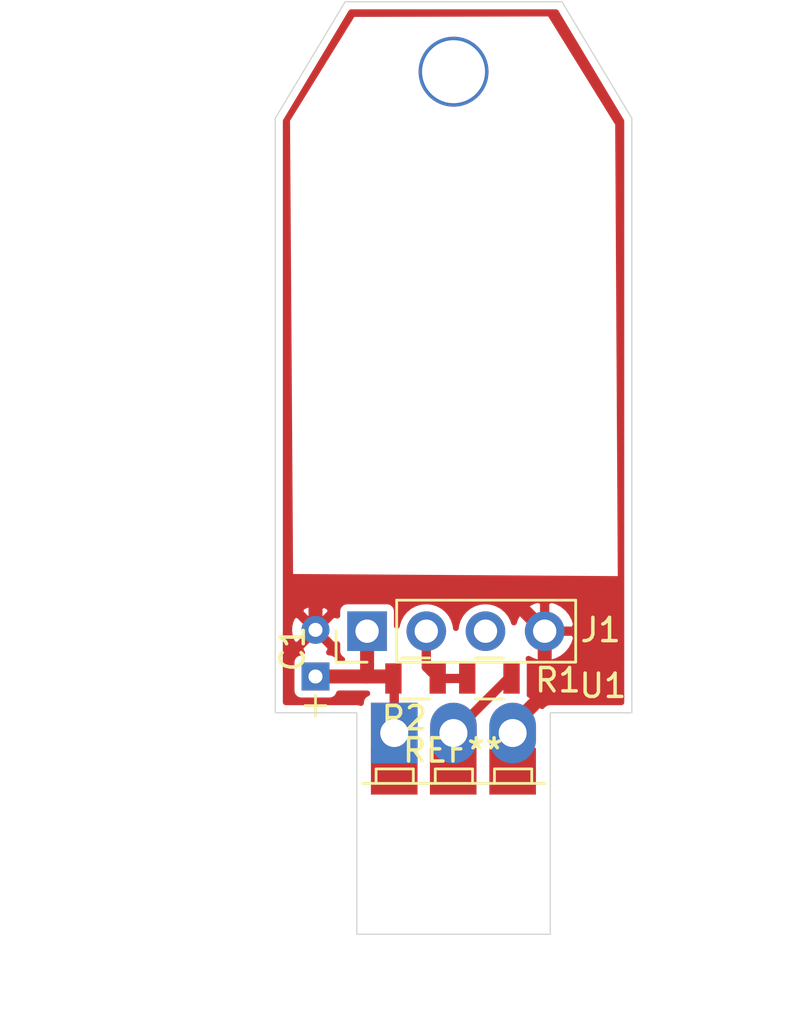
<source format=kicad_pcb>
(kicad_pcb (version 20171130) (host pcbnew "(5.1.2)-1")

  (general
    (thickness 1.6)
    (drawings 17)
    (tracks 25)
    (zones 0)
    (modules 7)
    (nets 6)
  )

  (page A4)
  (layers
    (0 F.Cu signal)
    (31 B.Cu signal hide)
    (32 B.Adhes user hide)
    (33 F.Adhes user hide)
    (34 B.Paste user)
    (35 F.Paste user)
    (36 B.SilkS user)
    (37 F.SilkS user)
    (38 B.Mask user hide)
    (39 F.Mask user hide)
    (40 Dwgs.User user hide)
    (41 Cmts.User user hide)
    (42 Eco1.User user hide)
    (43 Eco2.User user hide)
    (44 Edge.Cuts user)
    (45 Margin user)
    (46 B.CrtYd user hide)
    (47 F.CrtYd user hide)
    (48 B.Fab user hide)
    (49 F.Fab user)
  )

  (setup
    (last_trace_width 0.25)
    (user_trace_width 0.3)
    (user_trace_width 0.4)
    (user_trace_width 0.6)
    (trace_clearance 0.2)
    (zone_clearance 0.508)
    (zone_45_only no)
    (trace_min 0.2)
    (via_size 0.8)
    (via_drill 0.4)
    (via_min_size 0.4)
    (via_min_drill 0.3)
    (uvia_size 0.3)
    (uvia_drill 0.1)
    (uvias_allowed no)
    (uvia_min_size 0.2)
    (uvia_min_drill 0.1)
    (edge_width 0.05)
    (segment_width 0.2)
    (pcb_text_width 0.3)
    (pcb_text_size 1.5 1.5)
    (mod_edge_width 0.12)
    (mod_text_size 1 1)
    (mod_text_width 0.15)
    (pad_size 3 3)
    (pad_drill 2.7)
    (pad_to_mask_clearance 0.051)
    (solder_mask_min_width 0.25)
    (aux_axis_origin 0 0)
    (visible_elements 7FFFFFFF)
    (pcbplotparams
      (layerselection 0x010fc_ffffffff)
      (usegerberextensions false)
      (usegerberattributes false)
      (usegerberadvancedattributes false)
      (creategerberjobfile false)
      (excludeedgelayer true)
      (linewidth 0.100000)
      (plotframeref false)
      (viasonmask false)
      (mode 1)
      (useauxorigin false)
      (hpglpennumber 1)
      (hpglpenspeed 20)
      (hpglpendiameter 15.000000)
      (psnegative false)
      (psa4output false)
      (plotreference true)
      (plotvalue true)
      (plotinvisibletext false)
      (padsonsilk false)
      (subtractmaskfromsilk false)
      (outputformat 1)
      (mirror false)
      (drillshape 1)
      (scaleselection 1)
      (outputdirectory ""))
  )

  (net 0 "")
  (net 1 GNDD)
  (net 2 VDD)
  (net 3 "Net-(J1-Pad2)")
  (net 4 /DATA)
  (net 5 "Net-(U1-Pad3)")

  (net_class Default "This is the default net class."
    (clearance 0.2)
    (trace_width 0.25)
    (via_dia 0.8)
    (via_drill 0.4)
    (uvia_dia 0.3)
    (uvia_drill 0.1)
    (add_net /DATA)
    (add_net GNDD)
    (add_net "Net-(J1-Pad2)")
    (add_net "Net-(U1-Pad3)")
    (add_net VDD)
  )

  (module Mounting_Holes:MountingHole_2.7mm_M2.5_DIN965_Pad (layer F.Cu) (tedit 5EB5B26E) (tstamp 5EB5B234)
    (at 7.65 3)
    (descr "Mounting Hole 2.7mm, M2.5, DIN965")
    (tags "mounting hole 2.7mm m2.5 din965")
    (attr virtual)
    (fp_text reference REF** (at 0 -3.35) (layer F.SilkS) hide
      (effects (font (size 1 1) (thickness 0.15)))
    )
    (fp_text value MountingHole_2.7mm_M2.5_DIN965_Pad (at 0 3.35) (layer F.Fab)
      (effects (font (size 1 1) (thickness 0.15)))
    )
    (fp_text user %R (at 0.3 0) (layer F.Fab) hide
      (effects (font (size 1 1) (thickness 0.15)))
    )
    (fp_circle (center 0 0) (end 2.35 0) (layer Cmts.User) (width 0.15))
    (fp_circle (center 0 0) (end 2.6 0) (layer F.CrtYd) (width 0.05))
    (pad GNDD thru_hole circle (at 0 0) (size 3 3) (drill 2.7) (layers *.Cu *.Mask))
  )

  (module Mounting_Holes:MountingHole_4mm (layer F.Cu) (tedit 5EB59AFE) (tstamp 5EB5B7EA)
    (at 7.62508 37.11448)
    (descr "Mounting Hole 4mm, no annular")
    (tags "mounting hole 4mm no annular")
    (attr virtual)
    (fp_text reference REF** (at 0 -5) (layer F.SilkS)
      (effects (font (size 1 1) (thickness 0.15)))
    )
    (fp_text value MountingHole_4mm (at 0.42164 0.64516) (layer F.Fab) hide
      (effects (font (size 1 1) (thickness 0.15)))
    )
    (fp_text user %R (at 0.3 0) (layer F.Fab) hide
      (effects (font (size 1 1) (thickness 0.15)))
    )
    (fp_circle (center 0 0) (end 4 0) (layer Cmts.User) (width 0.15))
    (fp_circle (center 0 0) (end 4.25 0) (layer F.CrtYd) (width 0.05))
    (pad "" np_thru_hole circle (at 0.02492 -0.11448) (size 3.2 3.2) (drill 3.2) (layers *.Cu *.Mask))
  )

  (module Pin_Headers:Pin_Header_Straight_1x04_Pitch2.54mm locked (layer F.Cu) (tedit 59650532) (tstamp 5EB58F54)
    (at 3.94 27 90)
    (descr "Through hole straight pin header, 1x04, 2.54mm pitch, single row")
    (tags "Through hole pin header THT 1x04 2.54mm single row")
    (path /5EB8F09F)
    (fp_text reference U1 (at -2.34208 10.11636 180) (layer F.SilkS)
      (effects (font (size 1 1) (thickness 0.15)))
    )
    (fp_text value DHT22 (at 2.7176 3.8354 180) (layer F.Fab)
      (effects (font (size 1 1) (thickness 0.15)))
    )
    (fp_text user %R (at 2.5906 -0.254) (layer F.Fab)
      (effects (font (size 1 1) (thickness 0.15)))
    )
    (fp_line (start 1.8 -1.8) (end -1.8 -1.8) (layer F.CrtYd) (width 0.05))
    (fp_line (start 1.8 9.4) (end 1.8 -1.8) (layer F.CrtYd) (width 0.05))
    (fp_line (start -1.8 9.4) (end 1.8 9.4) (layer F.CrtYd) (width 0.05))
    (fp_line (start -1.8 -1.8) (end -1.8 9.4) (layer F.CrtYd) (width 0.05))
    (fp_line (start -1.33 -1.33) (end 0 -1.33) (layer F.SilkS) (width 0.12))
    (fp_line (start -1.33 0) (end -1.33 -1.33) (layer F.SilkS) (width 0.12))
    (fp_line (start -1.33 1.27) (end 1.33 1.27) (layer F.SilkS) (width 0.12))
    (fp_line (start 1.33 1.27) (end 1.33 8.95) (layer F.SilkS) (width 0.12))
    (fp_line (start -1.33 1.27) (end -1.33 8.95) (layer F.SilkS) (width 0.12))
    (fp_line (start -1.33 8.95) (end 1.33 8.95) (layer F.SilkS) (width 0.12))
    (fp_line (start -1.27 -0.635) (end -0.635 -1.27) (layer F.Fab) (width 0.1))
    (fp_line (start -1.27 8.89) (end -1.27 -0.635) (layer F.Fab) (width 0.1))
    (fp_line (start 1.27 8.89) (end -1.27 8.89) (layer F.Fab) (width 0.1))
    (fp_line (start 1.27 -1.27) (end 1.27 8.89) (layer F.Fab) (width 0.1))
    (fp_line (start -0.635 -1.27) (end 1.27 -1.27) (layer F.Fab) (width 0.1))
    (pad 4 thru_hole oval (at 0 7.62 90) (size 1.7 1.7) (drill 1) (layers *.Cu *.Mask)
      (net 1 GNDD))
    (pad 3 thru_hole oval (at 0 5.08 90) (size 1.7 1.7) (drill 1) (layers *.Cu *.Mask)
      (net 5 "Net-(U1-Pad3)"))
    (pad 2 thru_hole oval (at 0 2.54 90) (size 1.7 1.7) (drill 1) (layers *.Cu *.Mask)
      (net 4 /DATA))
    (pad 1 thru_hole rect (at 0 0 90) (size 1.7 1.7) (drill 1) (layers *.Cu *.Mask)
      (net 2 VDD))
    (model ${KISYS3DMOD}/Pin_Headers.3dshapes/Pin_Header_Straight_1x04_Pitch2.54mm.wrl
      (at (xyz 0 0 0))
      (scale (xyz 1 1 1))
      (rotate (xyz 0 0 0))
    )
  )

  (module Connectors_Molex:Molex_KK-6410-03_03x2.54mm_Straight locked (layer F.Cu) (tedit 5EB5945D) (tstamp 5EB5971A)
    (at 5.1054 31.369)
    (descr "Connector Headers with Friction Lock, 22-27-2031, http://www.molex.com/pdm_docs/sd/022272021_sd.pdf")
    (tags "connector molex kk_6410 22-27-2031")
    (path /5EB9012A)
    (fp_text reference J1 (at 8.85444 -4.4196) (layer F.SilkS)
      (effects (font (size 1 1) (thickness 0.15)))
    )
    (fp_text value DHT22 (at 2.3 2.34) (layer F.Fab)
      (effects (font (size 1 1) (thickness 0.15)))
    )
    (fp_text user %R (at 2.54 0) (layer F.Fab)
      (effects (font (size 1 1) (thickness 0.15)))
    )
    (fp_line (start -0.78 1.54) (end -0.78 2.16) (layer F.SilkS) (width 0.12))
    (fp_line (start 0.82 1.54) (end -0.78 1.54) (layer F.SilkS) (width 0.12))
    (fp_line (start 0.82 2.16) (end 0.82 1.54) (layer F.SilkS) (width 0.12))
    (fp_line (start 1.76 1.54) (end 1.76 2.16) (layer F.SilkS) (width 0.12))
    (fp_line (start 3.36 1.54) (end 1.76 1.54) (layer F.SilkS) (width 0.12))
    (fp_line (start 3.36 2.16) (end 3.36 1.54) (layer F.SilkS) (width 0.12))
    (fp_line (start 4.3 1.54) (end 4.3 2.16) (layer F.SilkS) (width 0.12))
    (fp_line (start 5.9 1.54) (end 4.3 1.54) (layer F.SilkS) (width 0.12))
    (fp_line (start 5.9 2.16) (end 5.9 1.54) (layer F.SilkS) (width 0.12))
    (fp_line (start -1.35 2.16) (end 6.47 2.16) (layer F.SilkS) (width 0.12))
    (fp_line (start -1.45 2.26) (end 6.57 2.26) (layer F.Fab) (width 0.12))
    (fp_line (start -1.45 2.42) (end -1.45 12.42) (layer Dwgs.User) (width 0.12))
    (fp_line (start 6.57 2.42) (end 6.57 12.42) (layer Dwgs.User) (width 0.12))
    (fp_line (start -1.45 12.42) (end 6.57 12.42) (layer Dwgs.User) (width 0.12))
    (fp_line (start -1.47 3.82) (end 6.57 3.82) (layer Dwgs.User) (width 0.12))
    (fp_line (start -1.45 2.26) (end -1.45 1.54) (layer Dwgs.User) (width 0.12))
    (fp_line (start -1.45 1.54) (end 6.57 1.54) (layer Dwgs.User) (width 0.12))
    (fp_line (start 6.57 1.54) (end 6.57 2.27) (layer Dwgs.User) (width 0.12))
    (fp_line (start -1.43 2.26) (end 6.56 2.26) (layer Dwgs.User) (width 0.12))
    (pad 3 thru_hole oval (at 5.08 0) (size 2 2.6) (drill 1.2) (layers *.Cu *.Mask)
      (net 1 GNDD))
    (pad 2 thru_hole oval (at 2.54 0) (size 2 2.6) (drill 1.2) (layers *.Cu *.Mask)
      (net 3 "Net-(J1-Pad2)"))
    (pad 1 thru_hole rect (at 0 0) (size 2 2.6) (drill 1.2) (layers *.Cu *.Mask)
      (net 2 VDD))
    (pad 1 smd rect (at 0 1.64) (size 2 2) (layers F.Cu F.Paste F.Mask)
      (net 2 VDD))
    (pad 2 smd rect (at 2.53 1.64) (size 2 2) (layers F.Cu F.Paste F.Mask)
      (net 3 "Net-(J1-Pad2)"))
    (pad 3 smd rect (at 5.08 1.64) (size 2 2) (layers F.Cu F.Paste F.Mask)
      (net 1 GNDD))
    (model ${KISYS3DMOD}/Connectors_Molex.3dshapes/Molex_KK-6410-03_03x2.54mm_Straight.wrl
      (at (xyz 0 0 0))
      (scale (xyz 1 1 1))
      (rotate (xyz 0 0 0))
    )
  )

  (module Capacitors_THT:CP_Radial_D4.0mm_P2.00mm (layer F.Cu) (tedit 5EB58D2F) (tstamp 5EB5A296)
    (at 1.7272 28.9433 90)
    (descr "CP, Radial series, Radial, pin pitch=2.00mm, , diameter=4mm, Electrolytic Capacitor")
    (tags "CP Radial series Radial pin pitch 2.00mm  diameter 4mm Electrolytic Capacitor")
    (path /5EB90C40)
    (fp_text reference C1 (at 1.19126 -0.98044 270) (layer F.SilkS)
      (effects (font (size 1 1) (thickness 0.15)))
    )
    (fp_text value 10uFx6v3 (at 6.477 0 90) (layer F.Fab)
      (effects (font (size 1 1) (thickness 0.15)))
    )
    (fp_text user %R (at -0.0254 1.6002 90) (layer F.Fab)
      (effects (font (size 1 1) (thickness 0.15)))
    )
    (fp_line (start -1.25 -0.45) (end -1.25 0.45) (layer F.SilkS) (width 0.12))
    (fp_line (start -1.7 0) (end -0.8 0) (layer F.SilkS) (width 0.12))
    (fp_line (start -1.25 -0.45) (end -1.25 0.45) (layer F.Fab) (width 0.1))
    (fp_line (start -1.7 0) (end -0.8 0) (layer F.Fab) (width 0.1))
    (pad 2 thru_hole circle (at 2 0 90) (size 1.2 1.2) (drill 0.6) (layers *.Cu *.Mask)
      (net 1 GNDD))
    (pad 1 thru_hole rect (at 0 0 90) (size 1.2 1.2) (drill 0.6) (layers *.Cu *.Mask)
      (net 2 VDD))
    (model ${KISYS3DMOD}/Capacitors_THT.3dshapes/CP_Radial_D4.0mm_P2.00mm.wrl
      (at (xyz 0 0 0))
      (scale (xyz 1 1 1))
      (rotate (xyz 0 0 0))
    )
  )

  (module Resistors_SMD:R_0805 (layer F.Cu) (tedit 58E0A804) (tstamp 5EB5AFB5)
    (at 9.18718 29.02966)
    (descr "Resistor SMD 0805, reflow soldering, Vishay (see dcrcw.pdf)")
    (tags "resistor 0805")
    (path /5EB932EC)
    (attr smd)
    (fp_text reference R1 (at 2.93878 0.07366) (layer F.SilkS)
      (effects (font (size 1 1) (thickness 0.15)))
    )
    (fp_text value 100 (at 0 1.75) (layer F.Fab)
      (effects (font (size 1 1) (thickness 0.15)))
    )
    (fp_line (start 1.55 0.9) (end -1.55 0.9) (layer F.CrtYd) (width 0.05))
    (fp_line (start 1.55 0.9) (end 1.55 -0.9) (layer F.CrtYd) (width 0.05))
    (fp_line (start -1.55 -0.9) (end -1.55 0.9) (layer F.CrtYd) (width 0.05))
    (fp_line (start -1.55 -0.9) (end 1.55 -0.9) (layer F.CrtYd) (width 0.05))
    (fp_line (start -0.6 -0.88) (end 0.6 -0.88) (layer F.SilkS) (width 0.12))
    (fp_line (start 0.6 0.88) (end -0.6 0.88) (layer F.SilkS) (width 0.12))
    (fp_line (start -1 -0.62) (end 1 -0.62) (layer F.Fab) (width 0.1))
    (fp_line (start 1 -0.62) (end 1 0.62) (layer F.Fab) (width 0.1))
    (fp_line (start 1 0.62) (end -1 0.62) (layer F.Fab) (width 0.1))
    (fp_line (start -1 0.62) (end -1 -0.62) (layer F.Fab) (width 0.1))
    (fp_text user %R (at 0 0) (layer F.Fab)
      (effects (font (size 0.5 0.5) (thickness 0.075)))
    )
    (pad 2 smd rect (at 0.95 0) (size 0.7 1.3) (layers F.Cu F.Paste F.Mask)
      (net 3 "Net-(J1-Pad2)"))
    (pad 1 smd rect (at -0.95 0) (size 0.7 1.3) (layers F.Cu F.Paste F.Mask)
      (net 4 /DATA))
    (model ${KISYS3DMOD}/Resistors_SMD.3dshapes/R_0805.wrl
      (at (xyz 0 0 0))
      (scale (xyz 1 1 1))
      (rotate (xyz 0 0 0))
    )
  )

  (module Resistors_SMD:R_0805 (layer F.Cu) (tedit 58E0A804) (tstamp 5EB5A46B)
    (at 6.0198 29.02966 180)
    (descr "Resistor SMD 0805, reflow soldering, Vishay (see dcrcw.pdf)")
    (tags "resistor 0805")
    (path /5EB940EF)
    (attr smd)
    (fp_text reference R2 (at 0.47752 -1.69926) (layer F.SilkS)
      (effects (font (size 1 1) (thickness 0.15)))
    )
    (fp_text value 10k (at 0 1.75) (layer F.Fab)
      (effects (font (size 1 1) (thickness 0.15)))
    )
    (fp_text user %R (at 0 0) (layer F.Fab)
      (effects (font (size 0.5 0.5) (thickness 0.075)))
    )
    (fp_line (start -1 0.62) (end -1 -0.62) (layer F.Fab) (width 0.1))
    (fp_line (start 1 0.62) (end -1 0.62) (layer F.Fab) (width 0.1))
    (fp_line (start 1 -0.62) (end 1 0.62) (layer F.Fab) (width 0.1))
    (fp_line (start -1 -0.62) (end 1 -0.62) (layer F.Fab) (width 0.1))
    (fp_line (start 0.6 0.88) (end -0.6 0.88) (layer F.SilkS) (width 0.12))
    (fp_line (start -0.6 -0.88) (end 0.6 -0.88) (layer F.SilkS) (width 0.12))
    (fp_line (start -1.55 -0.9) (end 1.55 -0.9) (layer F.CrtYd) (width 0.05))
    (fp_line (start -1.55 -0.9) (end -1.55 0.9) (layer F.CrtYd) (width 0.05))
    (fp_line (start 1.55 0.9) (end 1.55 -0.9) (layer F.CrtYd) (width 0.05))
    (fp_line (start 1.55 0.9) (end -1.55 0.9) (layer F.CrtYd) (width 0.05))
    (pad 1 smd rect (at -0.95 0 180) (size 0.7 1.3) (layers F.Cu F.Paste F.Mask)
      (net 4 /DATA))
    (pad 2 smd rect (at 0.95 0 180) (size 0.7 1.3) (layers F.Cu F.Paste F.Mask)
      (net 2 VDD))
    (model ${KISYS3DMOD}/Resistors_SMD.3dshapes/R_0805.wrl
      (at (xyz 0 0 0))
      (scale (xyz 1 1 1))
      (rotate (xyz 0 0 0))
    )
  )

  (dimension 40 (width 0.15) (layer F.Fab)
    (gr_text "40,000 mm" (at 19.89788 20 90) (layer F.Fab)
      (effects (font (size 1 1) (thickness 0.15)))
    )
    (feature1 (pts (xy 11.8 0) (xy 19.184301 0)))
    (feature2 (pts (xy 11.8 40) (xy 19.184301 40)))
    (crossbar (pts (xy 18.59788 40) (xy 18.59788 0)))
    (arrow1a (pts (xy 18.59788 0) (xy 19.184301 1.126504)))
    (arrow1b (pts (xy 18.59788 0) (xy 18.011459 1.126504)))
    (arrow2a (pts (xy 18.59788 40) (xy 19.184301 38.873496)))
    (arrow2b (pts (xy 18.59788 40) (xy 18.011459 38.873496)))
  )
  (dimension 31.369 (width 0.15) (layer F.Fab)
    (gr_text "31,369 mm" (at -8.14276 15.6845 90) (layer F.Fab)
      (effects (font (size 1 1) (thickness 0.15)))
    )
    (feature1 (pts (xy 5.1054 0) (xy -7.429181 0)))
    (feature2 (pts (xy 5.1054 31.369) (xy -7.429181 31.369)))
    (crossbar (pts (xy -6.84276 31.369) (xy -6.84276 0)))
    (arrow1a (pts (xy -6.84276 0) (xy -6.256339 1.126504)))
    (arrow1b (pts (xy -6.84276 0) (xy -7.429181 1.126504)))
    (arrow2a (pts (xy -6.84276 31.369) (xy -6.256339 30.242496)))
    (arrow2b (pts (xy -6.84276 31.369) (xy -7.429181 30.242496)))
  )
  (dimension 27 (width 0.15) (layer F.Fab)
    (gr_text "27,000 mm" (at -4.45468 13.5 90) (layer F.Fab)
      (effects (font (size 1 1) (thickness 0.15)))
    )
    (feature1 (pts (xy 3.94 0) (xy -3.741101 0)))
    (feature2 (pts (xy 3.94 27) (xy -3.741101 27)))
    (crossbar (pts (xy -3.15468 27) (xy -3.15468 0)))
    (arrow1a (pts (xy -3.15468 0) (xy -2.568259 1.126504)))
    (arrow1b (pts (xy -3.15468 0) (xy -3.741101 1.126504)))
    (arrow2a (pts (xy -3.15468 27) (xy -2.568259 25.873496)))
    (arrow2b (pts (xy -3.15468 27) (xy -3.741101 25.873496)))
  )
  (gr_line (start 3.5 40) (end 11.8 40) (layer Edge.Cuts) (width 0.05))
  (gr_line (start 11.8 30.5) (end 11.8 40) (layer Edge.Cuts) (width 0.05) (tstamp 5EB5AAD0))
  (gr_line (start 15.3 30.5) (end 11.8 30.5) (layer Edge.Cuts) (width 0.05))
  (gr_line (start 3.5 30.5) (end 3.5 40) (layer Edge.Cuts) (width 0.05))
  (gr_line (start 0 30.5) (end 3.5 30.5) (layer Edge.Cuts) (width 0.05))
  (gr_line (start 15.3 5) (end 15.3 30.5) (layer Edge.Cuts) (width 0.05))
  (gr_line (start 0 5) (end 0 30.5) (layer Edge.Cuts) (width 0.05))
  (gr_line (start 12.3 0) (end 15.3 5) (layer Edge.Cuts) (width 0.05))
  (gr_line (start 3 0) (end 12.3 0) (layer Edge.Cuts) (width 0.05))
  (gr_line (start 0 5) (end 3 0) (layer Edge.Cuts) (width 0.05))
  (gr_line (start 0 40) (end 15.3 40) (layer Margin) (width 0.15) (tstamp 5EB587E8))
  (gr_line (start 15.3 0) (end 15.3 40) (layer Margin) (width 0.15) (tstamp 5EB587E0))
  (gr_line (start 0 0) (end 0 40) (layer Margin) (width 0.15))
  (gr_line (start 0 0) (end 15.3 0) (layer Margin) (width 0.15))

  (segment (start 10.1854 31.369) (end 10.1854 33.009) (width 0.4) (layer F.Cu) (net 1))
  (segment (start 1.7272 25.9334) (end 2.32156 25.33904) (width 0.6) (layer F.Cu) (net 1))
  (segment (start 9.89904 25.33904) (end 11.56 27) (width 0.6) (layer F.Cu) (net 1))
  (segment (start 2.32156 25.33904) (end 9.89904 25.33904) (width 0.6) (layer F.Cu) (net 1))
  (segment (start 1.7272 26.9433) (end 1.7272 25.9334) (width 0.6) (layer F.Cu) (net 1))
  (segment (start 10.1854 31.04388) (end 10.1854 31.369) (width 0.6) (layer F.Cu) (net 1))
  (segment (start 11.56 27) (end 11.56 29.66928) (width 0.6) (layer F.Cu) (net 1))
  (segment (start 11.56 29.66928) (end 10.1854 31.04388) (width 0.6) (layer F.Cu) (net 1))
  (segment (start 5.1054 31.369) (end 5.1054 33.009) (width 0.4) (layer F.Cu) (net 2))
  (segment (start 5.1054 31.369) (end 5.1054 30.5816) (width 0.6) (layer F.Cu) (net 2))
  (segment (start 5.1054 29.06526) (end 5.0698 29.02966) (width 0.4) (layer F.Cu) (net 2))
  (segment (start 5.1054 31.369) (end 5.1054 29.06526) (width 0.4) (layer F.Cu) (net 2))
  (segment (start 4.98344 28.9433) (end 5.0698 29.02966) (width 0.6) (layer F.Cu) (net 2))
  (segment (start 1.7272 28.9433) (end 3.90906 28.9433) (width 0.6) (layer F.Cu) (net 2))
  (segment (start 3.90906 28.9433) (end 4.98344 28.9433) (width 0.6) (layer F.Cu) (net 2))
  (segment (start 3.94 28.91236) (end 3.90906 28.9433) (width 0.6) (layer F.Cu) (net 2))
  (segment (start 3.94 27) (end 3.94 28.91236) (width 0.6) (layer F.Cu) (net 2))
  (segment (start 7.6454 31.369) (end 7.6454 32.999) (width 0.4) (layer F.Cu) (net 3))
  (segment (start 7.6454 32.999) (end 7.6354 33.009) (width 0.4) (layer F.Cu) (net 3))
  (segment (start 9.98474 29.02966) (end 7.6454 31.369) (width 0.4) (layer F.Cu) (net 3))
  (segment (start 10.13718 29.02966) (end 9.98474 29.02966) (width 0.4) (layer F.Cu) (net 3))
  (segment (start 8.22244 29.01492) (end 8.23718 29.02966) (width 0.4) (layer F.Cu) (net 4))
  (segment (start 6.9698 29.02966) (end 8.23718 29.02966) (width 0.4) (layer F.Cu) (net 4))
  (segment (start 6.48 28.53986) (end 6.9698 29.02966) (width 0.4) (layer F.Cu) (net 4))
  (segment (start 6.48 27) (end 6.48 28.53986) (width 0.4) (layer F.Cu) (net 4))

  (zone (net 1) (net_name GNDD) (layer F.Cu) (tstamp 0) (hatch edge 0.508)
    (connect_pads (clearance 0.3))
    (min_thickness 0.254)
    (fill yes (arc_segments 32) (thermal_gap 0.4) (thermal_bridge_width 0.4))
    (polygon
      (pts
        (xy 11.80084 30.50032) (xy 15.29588 30.50032) (xy 15.29588 4.99872) (xy 12.30376 0) (xy 3.00228 0)
        (xy 0 5.0038) (xy 0 30.50032)
      )
    )
    (filled_polygon
      (pts
        (xy 14.848 5.125197) (xy 14.848001 30.048) (xy 11.822205 30.048) (xy 11.8 30.045813) (xy 11.777795 30.048)
        (xy 11.711393 30.05454) (xy 11.62619 30.080386) (xy 11.547667 30.122357) (xy 11.478841 30.178841) (xy 11.448142 30.216247)
        (xy 11.414498 30.159947) (xy 11.213534 29.937629) (xy 10.973059 29.758789) (xy 10.911338 29.729497) (xy 10.916246 29.67966)
        (xy 10.916246 28.37966) (xy 10.908002 28.295953) (xy 10.883585 28.215464) (xy 10.866978 28.184394) (xy 11.050609 28.27932)
        (xy 11.272791 28.346715) (xy 11.487 28.243108) (xy 11.487 27.073) (xy 11.633 27.073) (xy 11.633 28.243108)
        (xy 11.847209 28.346715) (xy 12.069391 28.27932) (xy 12.309186 28.155361) (xy 12.52019 27.987002) (xy 12.694295 27.780713)
        (xy 12.824809 27.544422) (xy 12.906718 27.287209) (xy 12.803317 27.073) (xy 11.633 27.073) (xy 11.487 27.073)
        (xy 11.467 27.073) (xy 11.467 26.927) (xy 11.487 26.927) (xy 11.487 25.756892) (xy 11.633 25.756892)
        (xy 11.633 26.927) (xy 12.803317 26.927) (xy 12.906718 26.712791) (xy 12.824809 26.455578) (xy 12.694295 26.219287)
        (xy 12.52019 26.012998) (xy 12.309186 25.844639) (xy 12.069391 25.72068) (xy 11.847209 25.653285) (xy 11.633 25.756892)
        (xy 11.487 25.756892) (xy 11.272791 25.653285) (xy 11.050609 25.72068) (xy 10.810814 25.844639) (xy 10.59981 26.012998)
        (xy 10.425705 26.219287) (xy 10.295191 26.455578) (xy 10.240966 26.625858) (xy 10.205502 26.508949) (xy 10.086924 26.287104)
        (xy 9.927344 26.092656) (xy 9.732896 25.933076) (xy 9.511051 25.814498) (xy 9.270336 25.741478) (xy 9.082726 25.723)
        (xy 8.957274 25.723) (xy 8.769664 25.741478) (xy 8.528949 25.814498) (xy 8.307104 25.933076) (xy 8.112656 26.092656)
        (xy 7.953076 26.287104) (xy 7.834498 26.508949) (xy 7.761478 26.749664) (xy 7.75 26.866202) (xy 7.738522 26.749664)
        (xy 7.665502 26.508949) (xy 7.546924 26.287104) (xy 7.387344 26.092656) (xy 7.192896 25.933076) (xy 6.971051 25.814498)
        (xy 6.730336 25.741478) (xy 6.542726 25.723) (xy 6.417274 25.723) (xy 6.229664 25.741478) (xy 5.988949 25.814498)
        (xy 5.767104 25.933076) (xy 5.572656 26.092656) (xy 5.413076 26.287104) (xy 5.294498 26.508949) (xy 5.221478 26.749664)
        (xy 5.219066 26.774153) (xy 5.219066 26.15) (xy 5.210822 26.066293) (xy 5.186405 25.985804) (xy 5.146755 25.911624)
        (xy 5.093395 25.846605) (xy 5.028376 25.793245) (xy 4.954196 25.753595) (xy 4.873707 25.729178) (xy 4.79 25.720934)
        (xy 3.09 25.720934) (xy 3.006293 25.729178) (xy 2.925804 25.753595) (xy 2.851624 25.793245) (xy 2.786605 25.846605)
        (xy 2.733245 25.911624) (xy 2.693595 25.985804) (xy 2.669178 26.066293) (xy 2.660934 26.15) (xy 2.660934 26.332367)
        (xy 2.484538 26.2892) (xy 1.830438 26.9433) (xy 2.484538 27.5974) (xy 2.660934 27.554233) (xy 2.660934 27.85)
        (xy 2.669178 27.933707) (xy 2.693595 28.014196) (xy 2.733245 28.088376) (xy 2.786605 28.153395) (xy 2.851624 28.206755)
        (xy 2.869481 28.2163) (xy 2.734889 28.2163) (xy 2.723605 28.179104) (xy 2.683955 28.104924) (xy 2.630595 28.039905)
        (xy 2.565576 27.986545) (xy 2.491396 27.946895) (xy 2.410907 27.922478) (xy 2.3272 27.914234) (xy 2.306659 27.914234)
        (xy 2.332396 27.900477) (xy 2.3813 27.700638) (xy 1.7272 27.046538) (xy 1.0731 27.700638) (xy 1.122004 27.900477)
        (xy 1.149381 27.914234) (xy 1.1272 27.914234) (xy 1.043493 27.922478) (xy 0.963004 27.946895) (xy 0.888824 27.986545)
        (xy 0.823805 28.039905) (xy 0.770445 28.104924) (xy 0.730795 28.179104) (xy 0.706378 28.259593) (xy 0.698134 28.3433)
        (xy 0.698134 29.5433) (xy 0.706378 29.627007) (xy 0.730795 29.707496) (xy 0.770445 29.781676) (xy 0.823805 29.846695)
        (xy 0.888824 29.900055) (xy 0.963004 29.939705) (xy 1.043493 29.964122) (xy 1.1272 29.972366) (xy 2.3272 29.972366)
        (xy 2.410907 29.964122) (xy 2.491396 29.939705) (xy 2.565576 29.900055) (xy 2.630595 29.846695) (xy 2.683955 29.781676)
        (xy 2.723605 29.707496) (xy 2.734889 29.6703) (xy 3.873352 29.6703) (xy 3.90906 29.673817) (xy 3.944768 29.6703)
        (xy 3.948769 29.6703) (xy 3.941204 29.672595) (xy 3.867024 29.712245) (xy 3.802005 29.765605) (xy 3.748645 29.830624)
        (xy 3.708995 29.904804) (xy 3.684578 29.985293) (xy 3.676334 30.069) (xy 3.676334 30.081735) (xy 3.67381 30.080386)
        (xy 3.588607 30.05454) (xy 3.522205 30.048) (xy 3.5 30.045813) (xy 3.477795 30.048) (xy 0.452 30.048)
        (xy 0.452 26.971877) (xy 0.595106 26.971877) (xy 0.622434 27.192188) (xy 0.692218 27.402935) (xy 0.770023 27.548496)
        (xy 0.969862 27.5974) (xy 1.623962 26.9433) (xy 0.969862 26.2892) (xy 0.770023 26.338104) (xy 0.670346 26.536468)
        (xy 0.611284 26.750467) (xy 0.595106 26.971877) (xy 0.452 26.971877) (xy 0.452 26.185962) (xy 1.0731 26.185962)
        (xy 1.7272 26.840062) (xy 2.3813 26.185962) (xy 2.332396 25.986123) (xy 2.134032 25.886446) (xy 1.920033 25.827384)
        (xy 1.698623 25.811206) (xy 1.478312 25.838534) (xy 1.267565 25.908318) (xy 1.122004 25.986123) (xy 1.0731 26.185962)
        (xy 0.452 26.185962) (xy 0.452 5.125195) (xy 0.458907 5.113682) (xy 0.502934 5.113682) (xy 0.505008 5.138492)
        (xy 0.509275 5.153345) (xy 0.508003 5.167217) (xy 0.638813 24.547417) (xy 0.64109 24.570518) (xy 0.648161 24.59439)
        (xy 0.659752 24.616423) (xy 0.67542 24.635771) (xy 0.694561 24.651691) (xy 0.71644 24.663571) (xy 0.740216 24.670954)
        (xy 0.764976 24.673557) (xy 14.694336 24.764997) (xy 14.720656 24.762416) (xy 14.744439 24.755054) (xy 14.766328 24.743193)
        (xy 14.785483 24.727289) (xy 14.801167 24.707954) (xy 14.812778 24.685931) (xy 14.819869 24.662066) (xy 14.822168 24.637276)
        (xy 14.711678 5.257076) (xy 14.709399 5.233841) (xy 14.702329 5.209969) (xy 14.690737 5.187936) (xy 14.675069 5.168588)
        (xy 14.660364 5.156358) (xy 11.817389 0.563081) (xy 11.798983 0.539898) (xy 11.779699 0.524151) (xy 11.757714 0.512469)
        (xy 11.733872 0.5053) (xy 11.70909 0.50292) (xy 3.39313 0.52324) (xy 3.364337 0.526619) (xy 3.34078 0.534672)
        (xy 3.319245 0.547167) (xy 3.300562 0.563622) (xy 3.285448 0.583406) (xy 2.045424 2.587047) (xy 0.521928 5.048726)
        (xy 0.513319 5.06523) (xy 0.50574 5.088945) (xy 0.502934 5.113682) (xy 0.458907 5.113682) (xy 3.255918 0.452)
        (xy 12.044082 0.452)
      )
    )
  )
  (zone (net 0) (net_name "") (layer F.Cu) (tstamp 0) (hatch edge 0.508)
    (connect_pads (clearance 0.508))
    (min_thickness 0.254)
    (keepout (tracks allowed) (vias allowed) (copperpour not_allowed))
    (fill (arc_segments 32) (thermal_gap 0.508) (thermal_bridge_width 0.508))
    (polygon
      (pts
        (xy 11.7094 0.62992) (xy 14.56436 5.24256) (xy 8.06704 5.20192) (xy 9.35736 3.86588) (xy 9.56056 2.54)
        (xy 9.0678 1.60528) (xy 7.747 1.2192) (xy 6.24332 1.6764) (xy 5.75056 2.55524) (xy 5.77596 3.6576)
        (xy 7.15507 5.209099) (xy 14.58468 5.2578) (xy 14.69517 24.638) (xy 0.76581 24.54656) (xy 0.635 5.16636)
        (xy 6.797662 5.206756) (xy 0.62992 5.11556) (xy 3.39344 0.65024)
      )
    )
  )
)

</source>
